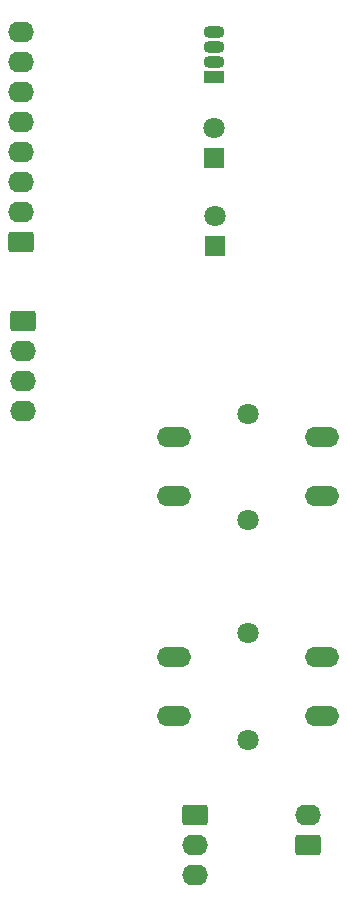
<source format=gbr>
%TF.GenerationSoftware,KiCad,Pcbnew,8.0.5*%
%TF.CreationDate,2024-11-30T13:26:41+01:00*%
%TF.ProjectId,hmi,686d692e-6b69-4636-9164-5f7063625858,rev?*%
%TF.SameCoordinates,Original*%
%TF.FileFunction,Soldermask,Bot*%
%TF.FilePolarity,Negative*%
%FSLAX46Y46*%
G04 Gerber Fmt 4.6, Leading zero omitted, Abs format (unit mm)*
G04 Created by KiCad (PCBNEW 8.0.5) date 2024-11-30 13:26:41*
%MOMM*%
%LPD*%
G01*
G04 APERTURE LIST*
G04 Aperture macros list*
%AMRoundRect*
0 Rectangle with rounded corners*
0 $1 Rounding radius*
0 $2 $3 $4 $5 $6 $7 $8 $9 X,Y pos of 4 corners*
0 Add a 4 corners polygon primitive as box body*
4,1,4,$2,$3,$4,$5,$6,$7,$8,$9,$2,$3,0*
0 Add four circle primitives for the rounded corners*
1,1,$1+$1,$2,$3*
1,1,$1+$1,$4,$5*
1,1,$1+$1,$6,$7*
1,1,$1+$1,$8,$9*
0 Add four rect primitives between the rounded corners*
20,1,$1+$1,$2,$3,$4,$5,0*
20,1,$1+$1,$4,$5,$6,$7,0*
20,1,$1+$1,$6,$7,$8,$9,0*
20,1,$1+$1,$8,$9,$2,$3,0*%
G04 Aperture macros list end*
%ADD10C,1.800000*%
%ADD11O,2.900000X1.700000*%
%ADD12R,1.800000X1.070000*%
%ADD13O,1.800000X1.070000*%
%ADD14R,1.800000X1.800000*%
%ADD15RoundRect,0.250000X-0.845000X0.620000X-0.845000X-0.620000X0.845000X-0.620000X0.845000X0.620000X0*%
%ADD16O,2.190000X1.740000*%
%ADD17RoundRect,0.250000X0.845000X-0.620000X0.845000X0.620000X-0.845000X0.620000X-0.845000X-0.620000X0*%
G04 APERTURE END LIST*
D10*
%TO.C,Next/Stop*%
X96200000Y-115200000D03*
X96200000Y-106200000D03*
D11*
X102450000Y-113200000D03*
X89950000Y-113200000D03*
X102450000Y-108200000D03*
X89950000Y-108200000D03*
%TD*%
D12*
%TO.C,D3_RGB*%
X93300000Y-77700000D03*
D13*
X93300000Y-76430000D03*
X93300000Y-75160000D03*
X93300000Y-73890000D03*
%TD*%
D14*
%TO.C,D1_Red*%
X93400000Y-91975000D03*
D10*
X93400000Y-89435000D03*
%TD*%
D14*
%TO.C,D2_Green*%
X93300000Y-84575000D03*
D10*
X93300000Y-82035000D03*
%TD*%
%TO.C,Select*%
X96200000Y-124800000D03*
X96200000Y-133800000D03*
D11*
X89950000Y-126800000D03*
X102450000Y-126800000D03*
X89950000Y-131800000D03*
X102450000Y-131800000D03*
%TD*%
D15*
%TO.C,BRIDGE*%
X91750000Y-140200000D03*
D16*
X91750000Y-142740000D03*
X91750000Y-145280000D03*
%TD*%
D17*
%TO.C,Pwr*%
X101250000Y-142740000D03*
D16*
X101250000Y-140200000D03*
%TD*%
D17*
%TO.C,LEDs*%
X77000000Y-91660000D03*
D16*
X77000000Y-89120000D03*
X77000000Y-86580000D03*
X77000000Y-84040000D03*
X77000000Y-81500000D03*
X77000000Y-78960000D03*
X77000000Y-76420000D03*
X77000000Y-73880000D03*
%TD*%
D15*
%TO.C,Switches*%
X77120000Y-98390000D03*
D16*
X77120000Y-100930000D03*
X77120000Y-103470000D03*
X77120000Y-106010000D03*
%TD*%
M02*

</source>
